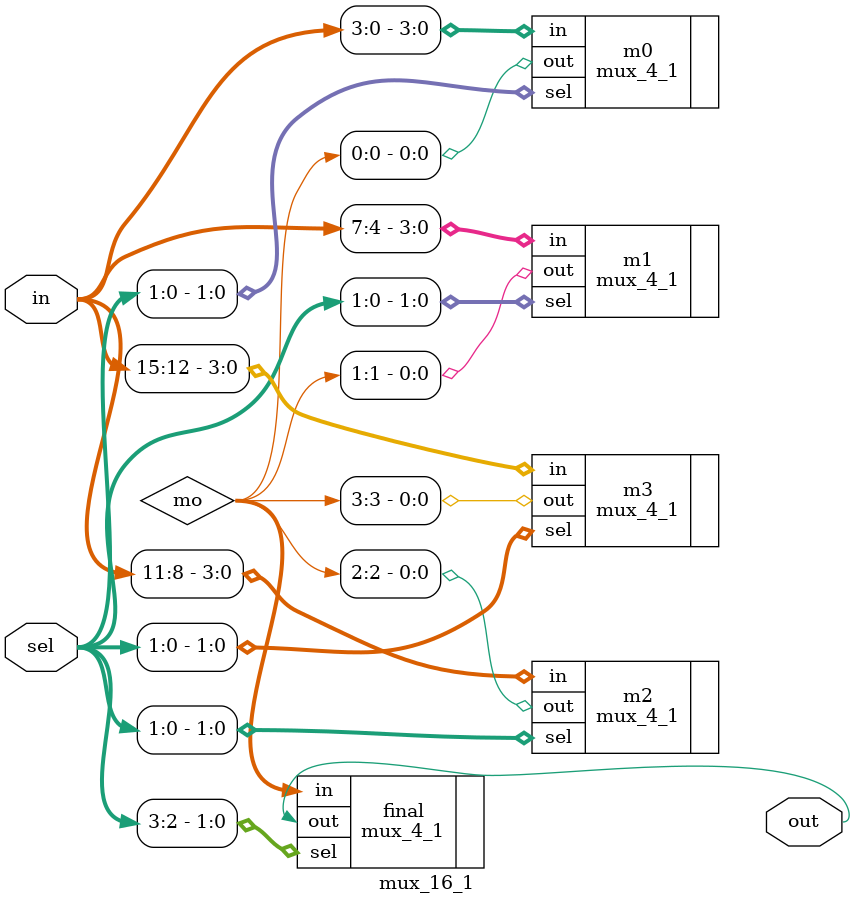
<source format=v>
`timescale 1ns / 1ps


module mux_16_1(sel, in, out);
    input [3:0] sel;
    input [15:0] in;
    output out;
    
    wire [3:0] mo;
    
    mux_4_1 m0 (.sel(sel[1:0]), .in(in[3:0]), .out(mo[0]));
    mux_4_1 m1 (.sel(sel[1:0]), .in(in[7:4]), .out(mo[1]));
    mux_4_1 m2 (.sel(sel[1:0]), .in(in[11:8]), .out(mo[2]));
    mux_4_1 m3 (.sel(sel[1:0]), .in(in[15:12]), .out(mo[3]));
    mux_4_1 final (.sel(sel[3:2]), .in(mo), .out(out));
endmodule

</source>
